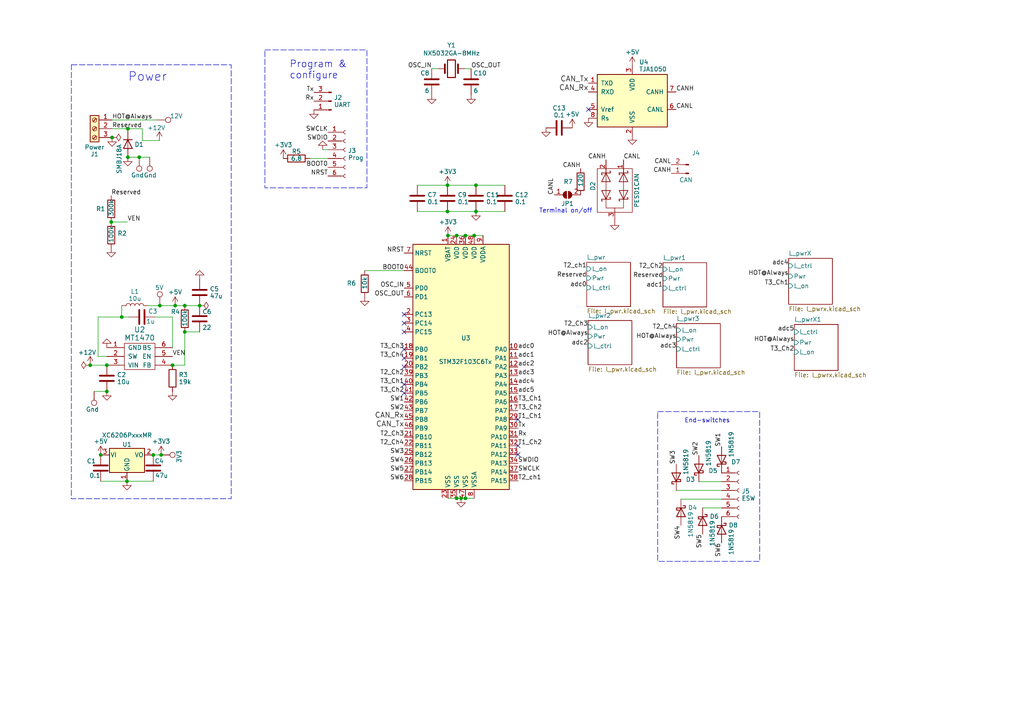
<source format=kicad_sch>
(kicad_sch (version 20230121) (generator eeschema)
  (paper "A4")
  (lib_symbols
    (symbol "Connector:Conn_01x02_Pin" (pin_names (offset 1.016) hide)
      (property "Reference" "J" (at 0 2.54 0))
      (property "Value" "Conn_01x02_Pin" (at 0 -5.08 0))
      (symbol "Conn_01x02_Pin_1_1"
        (polyline (pts (xy 1.27 -2.54) (xy 0.8636 -2.54)) (stroke (width 0.1524)))
        (polyline (pts (xy 1.27 0) (xy 0.8636 0)) (stroke (width 0.1524)))
        (rectangle (start 0.8636 -2.413) (end 0 -2.667) (stroke (width 0.1524)) (fill (type outline)))
        (rectangle (start 0.8636 0.127) (end 0 -0.127) (stroke (width 0.1524)) (fill (type outline)))
        (pin passive line (at 5.08 0 180) (length 3.81) (name "Pin_1") (number "1"))
        (pin passive line (at 5.08 -2.54 180) (length 3.81) (name "Pin_2") (number "2"))
      )
    )
    (symbol "Connector:Conn_01x03_Pin" (pin_names (offset 1.016) hide)
      (property "Reference" "J" (at 0 5.08 0))
      (property "Value" "Conn_01x03_Pin" (at 0 -5.08 0))
      (symbol "Conn_01x03_Pin_1_1"
        (polyline (pts (xy 1.27 -2.54) (xy 0.8636 -2.54)) (stroke (width 0.1524)))
        (polyline (pts (xy 1.27 0) (xy 0.8636 0)) (stroke (width 0.1524)))
        (polyline (pts (xy 1.27 2.54) (xy 0.8636 2.54)) (stroke (width 0.1524)))
        (rectangle (start 0.8636 -2.413) (end 0 -2.667) (stroke (width 0.1524)) (fill (type outline)))
        (rectangle (start 0.8636 0.127) (end 0 -0.127) (stroke (width 0.1524)) (fill (type outline)))
        (rectangle (start 0.8636 2.667) (end 0 2.413) (stroke (width 0.1524)) (fill (type outline)))
        (pin passive line (at 5.08 2.54 180) (length 3.81) (name "Pin_1") (number "1"))
        (pin passive line (at 5.08 0 180) (length 3.81) (name "Pin_2") (number "2"))
        (pin passive line (at 5.08 -2.54 180) (length 3.81) (name "Pin_3") (number "3"))
      )
    )
    (symbol "Connector:Conn_01x06_Socket" (pin_names (offset 1.016) hide)
      (property "Reference" "J" (at 0 7.62 0))
      (property "Value" "Conn_01x06_Socket" (at 0 -10.16 0))
      (symbol "Conn_01x06_Socket_1_1"
        (arc (start 0 -7.112) (mid -0.5058 -7.62) (end 0 -8.128) (stroke (width 0.1524)))
        (arc (start 0 -4.572) (mid -0.5058 -5.08) (end 0 -5.588) (stroke (width 0.1524)))
        (arc (start 0 -2.032) (mid -0.5058 -2.54) (end 0 -3.048) (stroke (width 0.1524)))
        (polyline (pts (xy -1.27 -7.62) (xy -0.508 -7.62)) (stroke (width 0.1524)))
        (polyline (pts (xy -1.27 -5.08) (xy -0.508 -5.08)) (stroke (width 0.1524)))
        (polyline (pts (xy -1.27 -2.54) (xy -0.508 -2.54)) (stroke (width 0.1524)))
        (polyline (pts (xy -1.27 0) (xy -0.508 0)) (stroke (width 0.1524)))
        (polyline (pts (xy -1.27 2.54) (xy -0.508 2.54)) (stroke (width 0.1524)))
        (polyline (pts (xy -1.27 5.08) (xy -0.508 5.08)) (stroke (width 0.1524)))
        (arc (start 0 0.508) (mid -0.5058 0) (end 0 -0.508) (stroke (width 0.1524)))
        (arc (start 0 3.048) (mid -0.5058 2.54) (end 0 2.032) (stroke (width 0.1524)))
        (arc (start 0 5.588) (mid -0.5058 5.08) (end 0 4.572) (stroke (width 0.1524)))
        (pin passive line (at -5.08 5.08 0) (length 3.81) (name "Pin_1") (number "1"))
        (pin passive line (at -5.08 2.54 0) (length 3.81) (name "Pin_2") (number "2"))
        (pin passive line (at -5.08 0 0) (length 3.81) (name "Pin_3") (number "3"))
        (pin passive line (at -5.08 -2.54 0) (length 3.81) (name "Pin_4") (number "4"))
        (pin passive line (at -5.08 -5.08 0) (length 3.81) (name "Pin_5") (number "5"))
        (pin passive line (at -5.08 -7.62 0) (length 3.81) (name "Pin_6") (number "6"))
      )
    )
    (symbol "Connector:Screw_Terminal_01x03" (pin_names (offset 1.016) hide)
      (property "Reference" "J" (at 0 5.08 0))
      (property "Value" "Screw_Terminal_01x03" (at 0 -5.08 0))
      (symbol "Screw_Terminal_01x03_1_1"
        (rectangle (start -1.27 3.81) (end 1.27 -3.81) (stroke (width 0.254)) (fill (type background)))
        (circle (center 0 -2.54) (radius 0.635) (stroke (width 0.1524)))
        (polyline (pts (xy -0.5334 -2.2098) (xy 0.3302 -3.048)) (stroke (width 0.1524)))
        (polyline (pts (xy -0.5334 0.3302) (xy 0.3302 -0.508)) (stroke (width 0.1524)))
        (polyline (pts (xy -0.5334 2.8702) (xy 0.3302 2.032)) (stroke (width 0.1524)))
        (polyline (pts (xy -0.3556 -2.032) (xy 0.508 -2.8702)) (stroke (width 0.1524)))
        (polyline (pts (xy -0.3556 0.508) (xy 0.508 -0.3302)) (stroke (width 0.1524)))
        (polyline (pts (xy -0.3556 3.048) (xy 0.508 2.2098)) (stroke (width 0.1524)))
        (circle (center 0 0) (radius 0.635) (stroke (width 0.1524)))
        (circle (center 0 2.54) (radius 0.635) (stroke (width 0.1524)))
        (pin passive line (at -5.08 2.54 0) (length 3.81) (name "Pin_1") (number "1"))
        (pin passive line (at -5.08 0 0) (length 3.81) (name "Pin_2") (number "2"))
        (pin passive line (at -5.08 -2.54 0) (length 3.81) (name "Pin_3") (number "3"))
      )
    )
    (symbol "Connector:TestPoint" (pin_numbers hide) (pin_names (offset 0.762) hide)
      (property "Reference" "TP" (at 0 6.858 0))
      (property "Value" "TestPoint" (at 0 5.08 0))
      (symbol "TestPoint_0_1"
        (circle (center 0 3.302) (radius 0.762))
      )
      (symbol "TestPoint_1_1"
        (pin passive line (at 0 0 90) (length 2.54) (name "1") (number "1"))
      )
    )
    (symbol "D_1" (pin_numbers hide) (pin_names (offset 1.016) hide)
      (property "Reference" "D" (at 0 2.54 0))
      (property "Value" "D" (at 0 -2.54 0))
      (symbol "D_1_0_1"
        (polyline (pts (xy -1.27 1.27) (xy -1.27 -1.27)) (stroke (width 0.254)))
        (polyline (pts (xy 1.27 0) (xy -1.27 0)))
        (polyline (pts (xy 1.27 1.27) (xy 1.27 -1.27) (xy -1.27 0) (xy 1.27 1.27)) (stroke (width 0.254)))
      )
      (symbol "D_1_1_1"
        (pin passive line (at -3.81 0 0) (length 2.54) (name "K") (number "1"))
        (pin passive line (at 3.81 0 180) (length 2.54) (name "A") (number "2"))
      )
    )
    (symbol "Device:C" (pin_numbers hide) (pin_names (offset 0.254))
      (property "Reference" "C" (at 0.635 2.54 0))
      (property "Value" "C" (at 0.635 -2.54 0))
      (symbol "C_0_1"
        (polyline (pts (xy -2.032 -0.762) (xy 2.032 -0.762)) (stroke (width 0.508)))
        (polyline (pts (xy -2.032 0.762) (xy 2.032 0.762)) (stroke (width 0.508)))
      )
      (symbol "C_1_1"
        (pin passive line (at 0 3.81 270) (length 2.794) (name "~") (number "1"))
        (pin passive line (at 0 -3.81 90) (length 2.794) (name "~") (number "2"))
      )
    )
    (symbol "Device:Crystal" (pin_numbers hide) (pin_names (offset 1.016) hide)
      (property "Reference" "Y" (at 0 3.81 0))
      (property "Value" "Crystal" (at 0 -3.81 0))
      (symbol "Crystal_0_1"
        (rectangle (start -1.143 2.54) (end 1.143 -2.54) (stroke (width 0.3048)))
        (polyline (pts (xy -2.54 0) (xy -1.905 0)))
        (polyline (pts (xy -1.905 -1.27) (xy -1.905 1.27)) (stroke (width 0.508)))
        (polyline (pts (xy 1.905 -1.27) (xy 1.905 1.27)) (stroke (width 0.508)))
        (polyline (pts (xy 2.54 0) (xy 1.905 0)))
      )
      (symbol "Crystal_1_1"
        (pin passive line (at -3.81 0 0) (length 1.27) (name "1") (number "1"))
        (pin passive line (at 3.81 0 180) (length 1.27) (name "2") (number "2"))
      )
    )
    (symbol "Device:D_Schottky" (pin_numbers hide) (pin_names (offset 1.016) hide)
      (property "Reference" "D" (at 0 2.54 0))
      (property "Value" "D_Schottky" (at 0 -2.54 0))
      (symbol "D_Schottky_0_1"
        (polyline (pts (xy 1.27 0) (xy -1.27 0)))
        (polyline (pts (xy 1.27 1.27) (xy 1.27 -1.27) (xy -1.27 0) (xy 1.27 1.27)) (stroke (width 0.254)))
        (polyline (pts (xy -1.905 0.635) (xy -1.905 1.27) (xy -1.27 1.27) (xy -1.27 -1.27) (xy -0.635 -1.27) (xy -0.635 -0.635)) (stroke (width 0.254)))
      )
      (symbol "D_Schottky_1_1"
        (pin passive line (at -3.81 0 0) (length 2.54) (name "K") (number "1"))
        (pin passive line (at 3.81 0 180) (length 2.54) (name "A") (number "2"))
      )
    )
    (symbol "Device:L" (pin_numbers hide) (pin_names (offset 1.016) hide)
      (property "Reference" "L" (at -1.27 0 90))
      (property "Value" "L" (at 1.905 0 90))
      (symbol "L_0_1"
        (arc (start 0 -2.54) (mid 0.6323 -1.905) (end 0 -1.27))
        (arc (start 0 -1.27) (mid 0.6323 -0.635) (end 0 0))
        (arc (start 0 0) (mid 0.6323 0.635) (end 0 1.27))
        (arc (start 0 1.27) (mid 0.6323 1.905) (end 0 2.54))
      )
      (symbol "L_1_1"
        (pin passive line (at 0 3.81 270) (length 1.27) (name "1") (number "1"))
        (pin passive line (at 0 -3.81 90) (length 1.27) (name "2") (number "2"))
      )
    )
    (symbol "Device:R" (pin_numbers hide) (pin_names (offset 0))
      (property "Reference" "R" (at 2.032 0 90))
      (property "Value" "R" (at 0 0 90))
      (symbol "R_0_1"
        (rectangle (start -1.016 -2.54) (end 1.016 2.54) (stroke (width 0.254)))
      )
      (symbol "R_1_1"
        (pin passive line (at 0 3.81 270) (length 1.27) (name "~") (number "1"))
        (pin passive line (at 0 -3.81 90) (length 1.27) (name "~") (number "2"))
      )
    )
    (symbol "GND_3" (power) (pin_names (offset 0))
      (property "Value" "GND_3" (at 0 -3.81 0))
      (symbol "GND_3_0_1"
        (polyline (pts (xy 0 0) (xy 0 -1.27) (xy 1.27 -1.27) (xy 0 -2.54) (xy -1.27 -1.27) (xy 0 -1.27)))
      )
      (symbol "GND_3_1_1"
        (pin power_in line (at 0 0 270) (length 0) hide (name "GND") (number "1"))
      )
    )
    (symbol "Interface_CAN_LIN:MCP2551-I-SN" (pin_names (offset 1.016))
      (property "Reference" "U" (at -10.16 8.89 0))
      (property "Value" "MCP2551-I-SN" (at 2.54 8.89 0))
      (symbol "MCP2551-I-SN_0_1"
        (rectangle (start -10.16 7.62) (end 10.16 -7.62) (stroke (width 0.254)) (fill (type background)))
      )
      (symbol "MCP2551-I-SN_1_1"
        (pin input line (at -12.7 5.08 0) (length 2.54) (name "TXD") (number "1"))
        (pin power_in line (at 0 -10.16 90) (length 2.54) (name "VSS") (number "2"))
        (pin power_in line (at 0 10.16 270) (length 2.54) (name "VDD") (number "3"))
        (pin output line (at -12.7 2.54 0) (length 2.54) (name "RXD") (number "4"))
        (pin power_out line (at -12.7 -2.54 0) (length 2.54) (name "Vref") (number "5"))
        (pin bidirectional line (at 12.7 -2.54 180) (length 2.54) (name "CANL") (number "6"))
        (pin bidirectional line (at 12.7 2.54 180) (length 2.54) (name "CANH") (number "7"))
        (pin input line (at -12.7 -5.08 0) (length 2.54) (name "Rs") (number "8"))
      )
    )
    (symbol "Jumper:SolderJumper_2_Open" (pin_names (offset 0) hide)
      (property "Reference" "JP" (at 0 2.032 0))
      (property "Value" "SolderJumper_2_Open" (at 0 -2.54 0))
      (symbol "SolderJumper_2_Open_0_1"
        (arc (start -0.254 1.016) (mid -1.2656 0) (end -0.254 -1.016))
        (arc (start -0.254 1.016) (mid -1.2656 0) (end -0.254 -1.016) (fill (type outline)))
        (polyline (pts (xy -0.254 1.016) (xy -0.254 -1.016)))
        (polyline (pts (xy 0.254 1.016) (xy 0.254 -1.016)))
        (arc (start 0.254 -1.016) (mid 1.2656 0) (end 0.254 1.016))
        (arc (start 0.254 -1.016) (mid 1.2656 0) (end 0.254 1.016) (fill (type outline)))
      )
      (symbol "SolderJumper_2_Open_1_1"
        (pin passive line (at -3.81 0 0) (length 2.54) (name "A") (number "1"))
        (pin passive line (at 3.81 0 180) (length 2.54) (name "B") (number "2"))
      )
    )
    (symbol "MCU_ST_STM32F1:STM32F103C6Tx"
      (property "Reference" "U" (at -15.24 36.83 0))
      (property "Value" "STM32F103C6Tx" (at 7.62 36.83 0))
      (symbol "STM32F103C6Tx_0_1"
        (rectangle (start -15.24 -35.56) (end 12.7 35.56) (stroke (width 0.254)) (fill (type background)))
      )
      (symbol "STM32F103C6Tx_1_1"
        (pin power_in line (at -5.08 38.1 270) (length 2.54) (name "VBAT") (number "1"))
        (pin bidirectional line (at 15.24 5.08 180) (length 2.54) (name "PA0") (number "10"))
        (pin bidirectional line (at 15.24 2.54 180) (length 2.54) (name "PA1") (number "11"))
        (pin bidirectional line (at 15.24 0 180) (length 2.54) (name "PA2") (number "12"))
        (pin bidirectional line (at 15.24 -2.54 180) (length 2.54) (name "PA3") (number "13"))
        (pin bidirectional line (at 15.24 -5.08 180) (length 2.54) (name "PA4") (number "14"))
        (pin bidirectional line (at 15.24 -7.62 180) (length 2.54) (name "PA5") (number "15"))
        (pin bidirectional line (at 15.24 -10.16 180) (length 2.54) (name "PA6") (number "16"))
        (pin bidirectional line (at 15.24 -12.7 180) (length 2.54) (name "PA7") (number "17"))
        (pin bidirectional line (at -17.78 5.08 0) (length 2.54) (name "PB0") (number "18"))
        (pin bidirectional line (at -17.78 2.54 0) (length 2.54) (name "PB1") (number "19"))
        (pin bidirectional line (at -17.78 15.24 0) (length 2.54) (name "PC13") (number "2"))
        (pin bidirectional line (at -17.78 0 0) (length 2.54) (name "PB2") (number "20"))
        (pin bidirectional line (at -17.78 -20.32 0) (length 2.54) (name "PB10") (number "21"))
        (pin bidirectional line (at -17.78 -22.86 0) (length 2.54) (name "PB11") (number "22"))
        (pin power_in line (at -5.08 -38.1 90) (length 2.54) (name "VSS") (number "23"))
        (pin power_in line (at -2.54 38.1 270) (length 2.54) (name "VDD") (number "24"))
        (pin bidirectional line (at -17.78 -25.4 0) (length 2.54) (name "PB12") (number "25"))
        (pin bidirectional line (at -17.78 -27.94 0) (length 2.54) (name "PB13") (number "26"))
        (pin bidirectional line (at -17.78 -30.48 0) (length 2.54) (name "PB14") (number "27"))
        (pin bidirectional line (at -17.78 -33.02 0) (length 2.54) (name "PB15") (number "28"))
        (pin bidirectional line (at 15.24 -15.24 180) (length 2.54) (name "PA8") (number "29"))
        (pin bidirectional line (at -17.78 12.7 0) (length 2.54) (name "PC14") (number "3"))
        (pin bidirectional line (at 15.24 -17.78 180) (length 2.54) (name "PA9") (number "30"))
        (pin bidirectional line (at 15.24 -20.32 180) (length 2.54) (name "PA10") (number "31"))
        (pin bidirectional line (at 15.24 -22.86 180) (length 2.54) (name "PA11") (number "32"))
        (pin bidirectional line (at 15.24 -25.4 180) (length 2.54) (name "PA12") (number "33"))
        (pin bidirectional line (at 15.24 -27.94 180) (length 2.54) (name "PA13") (number "34"))
        (pin power_in line (at -2.54 -38.1 90) (length 2.54) (name "VSS") (number "35"))
        (pin power_in line (at 0 38.1 270) (length 2.54) (name "VDD") (number "36"))
        (pin bidirectional line (at 15.24 -30.48 180) (length 2.54) (name "PA14") (number "37"))
        (pin bidirectional line (at 15.24 -33.02 180) (length 2.54) (name "PA15") (number "38"))
        (pin bidirectional line (at -17.78 -2.54 0) (length 2.54) (name "PB3") (number "39"))
        (pin bidirectional line (at -17.78 10.16 0) (length 2.54) (name "PC15") (number "4"))
        (pin bidirectional line (at -17.78 -5.08 0) (length 2.54) (name "PB4") (number "40"))
        (pin bidirectional line (at -17.78 -7.62 0) (length 2.54) (name "PB5") (number "41"))
        (pin bidirectional line (at -17.78 -10.16 0) (length 2.54) (name "PB6") (number "42"))
        (pin bidirectional line (at -17.78 -12.7 0) (length 2.54) (name "PB7") (number "43"))
        (pin input line (at -17.78 27.94 0) (length 2.54) (name "BOOT0") (number "44"))
        (pin bidirectional line (at -17.78 -15.24 0) (length 2.54) (name "PB8") (number "45"))
        (pin bidirectional line (at -17.78 -17.78 0) (length 2.54) (name "PB9") (number "46"))
        (pin power_in line (at 0 -38.1 90) (length 2.54) (name "VSS") (number "47"))
        (pin power_in line (at 2.54 38.1 270) (length 2.54) (name "VDD") (number "48"))
        (pin input line (at -17.78 22.86 0) (length 2.54) (name "PD0") (number "5"))
        (pin input line (at -17.78 20.32 0) (length 2.54) (name "PD1") (number "6"))
        (pin input line (at -17.78 33.02 0) (length 2.54) (name "NRST") (number "7"))
        (pin power_in line (at 2.54 -38.1 90) (length 2.54) (name "VSSA") (number "8"))
        (pin power_in line (at 5.08 38.1 270) (length 2.54) (name "VDDA") (number "9"))
      )
    )
    (symbol "Regulator_Linear:XC6206PxxxMR" (pin_names (offset 0.254))
      (property "Reference" "U" (at -3.81 3.175 0))
      (property "Value" "XC6206PxxxMR" (at 0 3.175 0))
      (symbol "XC6206PxxxMR_0_1"
        (rectangle (start -5.08 1.905) (end 5.08 -5.08) (stroke (width 0.254)) (fill (type background)))
      )
      (symbol "XC6206PxxxMR_1_1"
        (pin power_in line (at 0 -7.62 90) (length 2.54) (name "GND") (number "1"))
        (pin power_out line (at 7.62 0 180) (length 2.54) (name "VO") (number "2"))
        (pin power_in line (at -7.62 0 0) (length 2.54) (name "VI") (number "3"))
      )
    )
    (symbol "elements:PESD1CAN" (pin_names (offset 0.762) hide)
      (property "Reference" "D" (at 0 -8.89 0))
      (property "Value" "PESD1CAN" (at 1.27 3.81 0))
      (symbol "PESD1CAN_0_1"
        (rectangle (start -5.08 2.54) (end 7.62 -7.62))
        (polyline (pts (xy -3.556 -5.08) (xy 3.81 -5.08)))
        (polyline (pts (xy -3.556 0) (xy 3.81 0)))
        (polyline (pts (xy -3.81 -3.81) (xy -3.81 -6.35) (xy -3.81 -6.35)) (stroke (width 0.2032)))
        (polyline (pts (xy -3.81 1.27) (xy -3.81 -1.27) (xy -3.81 -1.27)) (stroke (width 0.2032)))
        (polyline (pts (xy 3.81 -3.81) (xy 3.81 -6.35) (xy 3.81 -6.35)) (stroke (width 0.2032)))
        (polyline (pts (xy 3.81 1.27) (xy 3.81 -1.27) (xy 3.81 -1.27)) (stroke (width 0.2032)))
        (polyline (pts (xy -3.81 -3.81) (xy -4.318 -3.81) (xy -4.318 -4.064) (xy -4.318 -4.064)) (stroke (width 0.2032)))
        (polyline (pts (xy -3.81 1.27) (xy -4.318 1.27) (xy -4.318 1.016) (xy -4.318 1.016)) (stroke (width 0.2032)))
        (polyline (pts (xy 3.81 -6.35) (xy 4.318 -6.35) (xy 4.318 -6.096) (xy 4.318 -6.096)) (stroke (width 0.2032)))
        (polyline (pts (xy 3.81 -3.81) (xy 3.302 -3.81) (xy 3.302 -4.064) (xy 3.302 -4.064)) (stroke (width 0.2032)))
        (polyline (pts (xy 3.81 -1.27) (xy 4.318 -1.27) (xy 4.318 -1.016) (xy 4.318 -1.016)) (stroke (width 0.2032)))
        (polyline (pts (xy 3.81 0) (xy 6.35 0) (xy 6.35 -5.08) (xy 3.81 -5.08)))
        (polyline (pts (xy 3.81 1.27) (xy 3.302 1.27) (xy 3.302 1.016) (xy 3.302 1.016)) (stroke (width 0.2032)))
        (polyline (pts (xy -3.302 -6.096) (xy -3.302 -6.35) (xy -3.81 -6.35) (xy -3.81 -6.35) (xy -3.81 -6.35)) (stroke (width 0.2032)))
        (polyline (pts (xy -3.302 -1.016) (xy -3.302 -1.27) (xy -3.81 -1.27) (xy -3.81 -1.27) (xy -3.81 -1.27)) (stroke (width 0.2032)))
        (polyline (pts (xy -1.27 -6.35) (xy -3.81 -5.08) (xy -1.27 -3.81) (xy -1.27 -6.35) (xy -1.27 -6.35) (xy -1.27 -6.35)) (stroke (width 0.2032)))
        (polyline (pts (xy -1.27 -1.27) (xy -3.81 0) (xy -1.27 1.27) (xy -1.27 -1.27) (xy -1.27 -1.27) (xy -1.27 -1.27)) (stroke (width 0.2032)))
        (polyline (pts (xy 1.27 -3.81) (xy 3.81 -5.08) (xy 1.27 -6.35) (xy 1.27 -3.81) (xy 1.27 -3.81) (xy 1.27 -3.81)) (stroke (width 0.2032)))
        (polyline (pts (xy 1.27 1.27) (xy 3.81 0) (xy 1.27 -1.27) (xy 1.27 1.27) (xy 1.27 1.27) (xy 1.27 1.27)) (stroke (width 0.2032)))
        (pin passive line (at -7.62 0 0) (length 3.81) (name "K") (number "1"))
        (pin passive line (at -7.62 -5.08 0) (length 3.81) (name "K") (number "2"))
        (pin passive line (at 10.16 -2.54 180) (length 3.81) (name "O") (number "3"))
      )
    )
    (symbol "mp1584:MT1470" (pin_names (offset 1.016))
      (property "Reference" "U" (at -2.54 5.08 0))
      (property "Value" "MT1470" (at 0 -5.08 0))
      (symbol "MT1470_0_1"
        (rectangle (start -5.08 3.81) (end 3.81 -3.81))
      )
      (symbol "MT1470_1_1"
        (pin input line (at -10.16 2.54 0) (length 5.08) (name "GND") (number "1"))
        (pin input line (at -10.16 0 0) (length 5.08) (name "SW") (number "2"))
        (pin input line (at -10.16 -2.54 0) (length 5.08) (name "VIN") (number "3"))
        (pin input line (at 8.89 -2.54 180) (length 5.08) (name "FB") (number "4"))
        (pin input line (at 8.89 0 180) (length 5.08) (name "EN") (number "5"))
        (pin input line (at 8.89 2.54 180) (length 5.08) (name "BS") (number "6"))
      )
    )
    (symbol "power:+12V" (power) (pin_names (offset 0))
      (property "Value" "+12V" (at 0 3.556 0))
      (symbol "+12V_0_1"
        (polyline (pts (xy -0.762 1.27) (xy 0 2.54)))
        (polyline (pts (xy 0 0) (xy 0 2.54)))
        (polyline (pts (xy 0 2.54) (xy 0.762 1.27)))
      )
      (symbol "+12V_1_1"
        (pin power_in line (at 0 0 90) (length 0) hide (name "+12V") (number "1"))
      )
    )
    (symbol "power:+3V3" (power) (pin_names (offset 0))
      (property "Value" "+3V3" (at 0 3.556 0))
      (symbol "+3V3_0_1"
        (polyline (pts (xy -0.762 1.27) (xy 0 2.54)))
        (polyline (pts (xy 0 0) (xy 0 2.54)))
        (polyline (pts (xy 0 2.54) (xy 0.762 1.27)))
      )
      (symbol "+3V3_1_1"
        (pin power_in line (at 0 0 90) (length 0) hide (name "+3V3") (number "1"))
      )
    )
    (symbol "power:+5V" (power) (pin_names (offset 0))
      (property "Value" "+5V" (at 0 3.556 0))
      (symbol "+5V_0_1"
        (polyline (pts (xy -0.762 1.27) (xy 0 2.54)))
        (polyline (pts (xy 0 0) (xy 0 2.54)))
        (polyline (pts (xy 0 2.54) (xy 0.762 1.27)))
      )
      (symbol "+5V_1_1"
        (pin power_in line (at 0 0 90) (length 0) hide (name "+5V") (number "1"))
      )
    )
    (symbol "power:PWR_FLAG" (power) (pin_numbers hide) (pin_names (offset 0) hide)
      (property "Value" "PWR_FLAG" (at 0 3.81 0))
      (symbol "PWR_FLAG_0_0"
        (pin power_out line (at 0 0 90) (length 0) (name "pwr") (number "1"))
      )
      (symbol "PWR_FLAG_0_1"
        (polyline (pts (xy 0 0) (xy 0 1.27) (xy -1.016 1.905) (xy 0 2.54) (xy 1.016 1.905) (xy 0 1.27)))
      )
    )
  )
  (junction (at 46.736 131.953))
  (junction (at 135.001 68.326))
  (junction (at 53.594 88.646))
  (junction (at 37.084 37.338))
  (junction (at 30.988 105.918))
  (junction (at 32.258 64.389))
  (junction (at 40.386 45.593))
  (junction (at 50.8071 88.646))
  (junction (at 132.461 144.526))
  (junction (at 30.988 113.538))
  (junction (at 46.355 88.646))
  (junction (at 129.794 53.721))
  (junction (at 37.084 45.593))
  (junction (at 135.001 144.526))
  (junction (at 50.038 105.918))
  (junction (at 26.162 105.918))
  (junction (at 36.83 139.573))
  (junction (at 129.794 61.341))
  (junction (at 132.461 68.326))
  (junction (at 44.45 131.953))
  (junction (at 137.541 68.326))
  (junction (at 35.306 91.948))
  (junction (at 138.049 53.721))
  (junction (at 29.21 131.953))
  (junction (at 129.921 68.326))
  (junction (at 53.594 96.266))
  (junction (at 57.912 88.646))
  (junction (at 138.049 61.341))
  (junction (at 32.512 39.878))
  (junction (at 133.731 144.526))
  (no_connect (at 170.688 31.75))
  (no_connect (at 117.221 96.266))
  (no_connect (at 117.221 111.506))
  (no_connect (at 117.221 106.426))
  (no_connect (at 150.241 131.826))
  (no_connect (at 117.221 101.346))
  (no_connect (at 117.221 114.046))
  (no_connect (at 117.221 93.726))
  (no_connect (at 150.241 121.666))
  (no_connect (at 117.221 103.886))
  (no_connect (at 150.241 129.286))
  (no_connect (at 117.221 91.186))
  (wire (pts (xy 209.296 142.24) (xy 196.1419 142.24)))
  (wire (pts (xy 50.038 91.948) (xy 50.038 100.838)))
  (wire (pts (xy 50.038 105.918) (xy 53.594 105.918)))
  (wire (pts (xy 135.001 68.326) (xy 137.541 68.326)))
  (wire (pts (xy 46.736 131.953) (xy 44.45 131.953)))
  (wire (pts (xy 133.731 144.526) (xy 135.001 144.526)))
  (wire (pts (xy 129.921 144.526) (xy 132.461 144.526)))
  (wire (pts (xy 53.594 105.918) (xy 53.594 96.266)))
  (wire (pts (xy 137.541 68.326) (xy 140.081 68.326)))
  (wire (pts (xy 129.921 68.326) (xy 132.461 68.326)))
  (wire (pts (xy 132.461 68.326) (xy 135.001 68.326)))
  (wire (pts (xy 26.162 105.918) (xy 30.988 105.918)))
  (wire (pts (xy 138.049 53.721) (xy 146.431 53.721)))
  (wire (pts (xy 121.031 61.341) (xy 129.794 61.341)))
  (wire (pts (xy 129.794 61.341) (xy 138.049 61.341)))
  (wire (pts (xy 46.228 40.767) (xy 41.275 40.767)))
  (wire (pts (xy 209.296 139.7) (xy 202.6947 139.7)))
  (wire (pts (xy 35.306 88.646) (xy 35.306 91.948)))
  (wire (pts (xy 136.652 19.939) (xy 134.747 19.939)))
  (wire (pts (xy 197.5008 144.78) (xy 209.296 144.78)))
  (wire (pts (xy 105.791 78.486) (xy 117.221 78.486)))
  (wire (pts (xy 44.958 91.948) (xy 50.038 91.948)))
  (wire (pts (xy 209.296 147.32) (xy 203.8064 147.32)))
  (wire (pts (xy 89.789 45.974) (xy 95.123 45.974)))
  (wire (pts (xy 37.338 91.948) (xy 35.306 91.948)))
  (wire (pts (xy 41.275 40.767) (xy 41.275 37.338)))
  (wire (pts (xy 32.512 37.338) (xy 37.084 37.338)))
  (wire (pts (xy 32.512 34.798) (xy 45.466 34.798)))
  (wire (pts (xy 121.031 53.721) (xy 129.794 53.721)))
  (wire (pts (xy 138.049 61.341) (xy 146.431 61.341)))
  (wire (pts (xy 28.448 103.378) (xy 30.988 103.378)))
  (wire (pts (xy 42.926 88.646) (xy 46.355 88.646)))
  (wire (pts (xy 129.794 53.721) (xy 138.049 53.721)))
  (wire (pts (xy 50.8071 88.646) (xy 53.594 88.646)))
  (wire (pts (xy 41.275 37.338) (xy 37.084 37.338)))
  (wire (pts (xy 29.21 139.573) (xy 36.83 139.573)))
  (wire (pts (xy 53.594 96.266) (xy 57.912 96.266)))
  (wire (pts (xy 28.448 91.948) (xy 28.448 103.378)))
  (wire (pts (xy 53.594 88.646) (xy 57.912 88.646)))
  (wire (pts (xy 135.001 144.526) (xy 137.541 144.526)))
  (wire (pts (xy 37.084 45.593) (xy 40.386 45.593)))
  (wire (pts (xy 46.355 88.646) (xy 50.8071 88.646)))
  (wire (pts (xy 37.084 37.338) (xy 37.084 37.973)))
  (wire (pts (xy 93.599 43.434) (xy 95.123 43.434)))
  (wire (pts (xy 36.957 64.389) (xy 32.258 64.389)))
  (wire (pts (xy 36.83 139.573) (xy 44.45 139.573)))
  (wire (pts (xy 40.386 45.593) (xy 43.434 45.593)))
  (wire (pts (xy 132.461 144.526) (xy 133.731 144.526)))
  (wire (pts (xy 35.306 91.948) (xy 28.448 91.948)))
  (wire (pts (xy 125.222 19.939) (xy 127.127 19.939)))
  (wire (pts (xy 27.305 113.538) (xy 30.988 113.538)))
  (rectangle (start 20.701 18.796) (end 67.056 144.653) (stroke (width 0) (type dash)))
  (rectangle (start 76.835 14.478) (end 106.426 54.483) (stroke (width 0) (type dash)))
  (rectangle (start 190.754 119.38) (end 220.345 162.814) (stroke (width 0) (type dash)))
  (text "При отсутствии 12V reserved, подключить HOT@on \n(в этом случае габариты и поворотники не будут работать без ключа!)\n\"reserved\" можно брать с платы управления\n(она будет отключать его при падении напряжения аккумулятора ниже 10В)." (at -6.35 -10.922 0) (effects (font (size 5 5)) (justify left bottom)))
  (text "Terminal on/off" (at 156.337 61.976 0) (effects (font (size 1.27 1.27)) (justify left bottom)))
  (text "Program &\nconfigure" (at 83.947 23.114 0) (effects (font (size 2 2)) (justify left bottom)))
  (text "End-switches" (at 198.501 122.809 0) (effects (font (size 1.27 1.27)) (justify left bottom)))
  (text "Power" (at 37.084 23.876 0) (effects (font (size 2.54 2.54)) (justify left bottom)))
  (label "OSC_OUT" (at 117.221 86.106 180))
  (label "T1_Ch2" (at 150.241 129.286 0))
  (label "Reserved" (at 170.18 80.645 180))
  (label "T1_Ch1" (at 150.241 121.666 0))
  (label "OSC_IN" (at 125.222 19.939 180))
  (label "T2_ch1" (at 170.18 77.978 180))
  (label "Reserved" (at 32.512 37.338 0))
  (label "SWCLK" (at 95.123 38.354 180))
  (label "BOOT0" (at 117.221 78.486 180))
  (label "CAN_Rx" (at 170.688 26.67 180) (effects (font (size 1.524 1.524))))
  (label "SWDIO" (at 95.123 40.894 180))
  (label "SW4" (at 197.5008 152.4 270))
  (label "T2_ch1" (at 150.241 139.446 0))
  (label "T3_Ch2" (at 150.241 119.126 0))
  (label "OSC_OUT" (at 136.652 19.939 0))
  (label "adc0" (at 150.241 101.346 0))
  (label "NRST" (at 117.221 73.406 180))
  (label "SW2" (at 202.6947 132.08 90))
  (label "adc3" (at 150.241 108.966 0))
  (label "CAN_Tx" (at 170.688 24.13 180) (effects (font (size 1.524 1.524))))
  (label "SW3" (at 196.1419 134.62 90))
  (label "adc0" (at 170.18 83.439 180))
  (label "HOT@Always" (at 32.512 34.798 0))
  (label "T2_Ch2" (at 192.278 78.105 180))
  (label "T2_Ch2" (at 117.221 108.966 180))
  (label "HOT@Always" (at 196.215 98.425 180))
  (label "adc5" (at 230.378 96.266 180))
  (label "CAN_Rx" (at 117.221 121.666 180) (effects (font (size 1.524 1.524))))
  (label "adc4" (at 228.727 77.089 180))
  (label "Tx" (at 91.059 26.797 180))
  (label "VEN" (at 50.038 103.378 0))
  (label "adc4" (at 150.241 111.506 0))
  (label "adc1" (at 192.278 83.566 180))
  (label "NRST" (at 95.123 51.054 180))
  (label "SW4" (at 117.221 134.366 180))
  (label "T2_Ch3" (at 117.221 126.746 180))
  (label "BOOT0" (at 95.123 48.514 180))
  (label "Reserved" (at 32.258 56.769 0))
  (label "SW1" (at 117.221 116.586 180))
  (label "HOT@Always" (at 170.561 97.536 180))
  (label "CANH" (at 194.691 50.292 180))
  (label "T2_Ch4" (at 117.221 129.286 180))
  (label "HOT@Always" (at 228.727 80.137 180))
  (label "SW5" (at 117.221 136.906 180))
  (label "adc1" (at 150.241 103.886 0))
  (label "T3_Ch1" (at 228.727 82.931 180))
  (label "SW1" (at 209.296 129.54 90))
  (label "CAN_Tx" (at 117.221 124.206 180) (effects (font (size 1.524 1.524))))
  (label "CANL" (at 194.691 47.752 180))
  (label "Rx" (at 91.059 29.337 180))
  (label "VEN" (at 36.957 64.389 0))
  (label "SW6" (at 209.296 157.48 270))
  (label "CANL" (at 180.848 46.355 0))
  (label "CANH" (at 168.402 48.895 180))
  (label "T3_Ch1" (at 150.241 116.586 0))
  (label "T3_Ch3" (at 117.221 101.346 180))
  (label "adc3" (at 196.215 101.219 180))
  (label "Rx" (at 150.241 126.746 0))
  (label "T2_Ch3" (at 170.561 94.869 180))
  (label "SWDIO" (at 150.241 134.366 0))
  (label "adc5" (at 150.241 114.046 0))
  (label "adc2" (at 170.561 100.33 180))
  (label "CANL" (at 160.782 56.515 90))
  (label "OSC_IN" (at 117.221 83.566 180))
  (label "T3_Ch2" (at 230.378 102.108 180))
  (label "SW6" (at 117.221 139.446 180))
  (label "T3_Ch1" (at 117.221 111.506 180))
  (label "adc2" (at 150.241 106.426 0))
  (label "CANH" (at 175.768 46.355 180))
  (label "T2_Ch4" (at 196.215 95.758 180))
  (label "T3_Ch2" (at 117.221 114.046 180))
  (label "Reserved" (at 192.278 80.772 180))
  (label "Tx" (at 150.241 124.206 0))
  (label "CANH" (at 196.088 26.67 0))
  (label "SW3" (at 117.221 131.826 180))
  (label "SW2" (at 117.221 119.126 180))
  (label "SW5" (at 203.8064 154.94 270))
  (label "CANL" (at 196.088 31.75 0))
  (label "T3_Ch4" (at 117.221 103.886 180))
  (label "SWCLK" (at 150.241 136.906 0))
  (label "HOT@Always" (at 230.378 99.314 180))
  (symbol (lib_id "power:PWR_FLAG") (at 26.162 105.918 90) (unit 1)
    (property "Reference" "#FLG01" (effects hide))
    (property "Value" "PWR_FLAG" (effects hide))
  )
  (symbol (lib_name "GND_3") (lib_id "power:GND") (at 32.512 39.878 0) (unit 1)
    (property "Reference" "#PWR06" (effects hide))
    (property "Value" "GND" (effects hide))
  )
  (symbol (lib_id "Device:C") (at 57.912 92.456 0) (unit 1)
    (property "Reference" "C6" (at 58.674 90.424 0) (effects (justify left)))
    (property "Value" "22" (at 58.674 94.996 0) (effects (justify left)))
    (property "Footprint" "Capacitor_SMD:C_0805_2012Metric_Pad1.18x1.45mm_HandSolder" (effects hide))
  )
  (symbol (lib_name "GND_3") (lib_id "power:GND") (at 125.222 27.559 0) (unit 1)
    (property "Reference" "#PWR018" (effects hide))
    (property "Value" "GND" (effects hide))
  )
  (symbol (lib_id "Connector:TestPoint") (at 40.386 45.593 180) (unit 1)
    (property "Reference" "TP2" (effects hide))
    (property "Value" "Gnd" (at 41.783 50.8 0) (effects (justify left)))
    (property "Footprint" "TestPoint:TestPoint_Loop_D1.80mm_Drill1.0mm_Beaded" (effects hide))
  )
  (symbol (lib_id "Device:R") (at 168.402 52.705 0) (unit 1)
    (property "Reference" "R7" (at 163.449 52.705 0) (effects (justify left)))
    (property "Value" "120" (at 168.402 54.229 90) (effects (justify left)))
    (property "Footprint" "Resistor_SMD:R_1210_3225Metric_Pad1.30x2.65mm_HandSolder" (effects hide))
  )
  (symbol (lib_id "Device:R") (at 32.258 68.199 180) (unit 1)
    (property "Reference" "R2" (at 35.433 67.691 0))
    (property "Value" "100k" (at 32.258 67.945 90))
    (property "Footprint" "Resistor_SMD:R_0603_1608Metric_Pad0.98x0.95mm_HandSolder" (effects hide))
  )
  (symbol (lib_id "power:+5V") (at 183.388 19.05 0) (unit 1)
    (property "Reference" "#PWR028" (effects hide))
    (property "Value" "+5V" (at 183.388 15.105 0))
  )
  (symbol (lib_id "Jumper:SolderJumper_2_Open") (at 164.592 56.515 0) (unit 1)
    (property "Reference" "JP1" (at 164.592 59.055 0))
    (property "Value" "Term" (effects hide))
    (property "Footprint" "Jumper:SolderJumper-2_P1.3mm_Open_TrianglePad1.0x1.5mm" (effects hide))
  )
  (symbol (lib_id "Connector:Conn_01x03_Pin") (at 96.139 29.337 180) (unit 1)
    (property "Reference" "J2" (at 96.8502 28.313 0) (effects (justify right)))
    (property "Value" "UART" (at 96.8502 30.361 0) (effects (justify right)))
    (property "Footprint" "Connector_PinSocket_2.54mm:PinSocket_1x03_P2.54mm_Vertical" (effects hide))
  )
  (symbol (lib_id "Device:C") (at 41.148 91.948 90) (unit 1)
    (property "Reference" "C3" (at 44.323 90.297 90))
    (property "Value" "1u" (at 43.688 93.218 90))
    (property "Footprint" "Capacitor_SMD:C_1206_3216Metric_Pad1.33x1.80mm_HandSolder" (effects hide))
  )
  (symbol (lib_id "Connector:TestPoint") (at 46.736 131.953 270) (unit 1)
    (property "Reference" "TP6" (effects hide))
    (property "Value" "3V3" (at 51.943 130.556 0) (effects (justify left)))
    (property "Footprint" "TestPoint:TestPoint_Loop_D1.80mm_Drill1.0mm_Beaded" (effects hide))
  )
  (symbol (lib_name "GND_3") (lib_id "power:GND") (at 50.038 113.538 0) (unit 1)
    (property "Reference" "#PWR011" (effects hide))
    (property "Value" "GND" (effects hide))
  )
  (symbol (lib_id "Connector:Conn_01x02_Pin") (at 199.771 50.292 180) (unit 1)
    (property "Reference" "J4" (at 201.8538 44.3738 0))
    (property "Value" "CAN" (at 200.914 52.197 0) (effects (justify left)))
    (property "Footprint" "Connector_JST:JST_PH_B2B-PH-K_1x02_P2.00mm_Vertical" (effects hide))
  )
  (symbol (lib_name "GND_3") (lib_id "power:GND") (at 57.912 81.026 180) (unit 1)
    (property "Reference" "#PWR013" (effects hide))
    (property "Value" "GND" (effects hide))
  )
  (symbol (lib_name "GND_3") (lib_id "power:GND") (at 170.688 34.29 0) (unit 1)
    (property "Reference" "#PWR026" (effects hide))
    (property "Value" "GND" (effects hide))
  )
  (symbol (lib_id "Device:R") (at 32.258 60.579 180) (unit 1)
    (property "Reference" "R1" (at 29.21 60.579 0))
    (property "Value" "300k" (at 32.258 60.325 90))
    (property "Footprint" "Resistor_SMD:R_0603_1608Metric_Pad0.98x0.95mm_HandSolder" (effects hide))
  )
  (symbol (lib_name "GND_3") (lib_id "power:GND") (at 36.83 139.573 0) (unit 1)
    (property "Reference" "#PWR07" (effects hide))
    (property "Value" "GND" (effects hide))
  )
  (symbol (lib_id "Device:Crystal") (at 130.937 19.939 0) (unit 1)
    (property "Reference" "Y1" (at 130.937 13.1318 0))
    (property "Value" "NX5032GA-8MHz" (at 130.937 15.4432 0))
    (property "Footprint" "Crystal:Crystal_SMD_5032-2Pin_5.0x3.2mm" (effects hide))
  )
  (symbol (lib_id "power:+3V3") (at 46.736 131.953 0) (unit 1)
    (property "Reference" "#PWR010" (effects hide))
    (property "Value" "+3V3" (at 46.736 128.008 0))
  )
  (symbol (lib_name "GND_3") (lib_id "power:GND") (at 178.308 64.135 0) (unit 1)
    (property "Reference" "#PWR027" (effects hide))
    (property "Value" "GND" (effects hide))
  )
  (symbol (lib_id "power:+5V") (at 165.989 37.084 0) (unit 1)
    (property "Reference" "#PWR025" (effects hide))
    (property "Value" "+5V" (at 165.989 33.139 0))
  )
  (symbol (lib_id "Device:C") (at 138.049 57.531 0) (unit 1)
    (property "Reference" "C11" (at 140.97 56.507 0) (effects (justify left)))
    (property "Value" "0.1" (at 140.97 58.555 0) (effects (justify left)))
    (property "Footprint" "Capacitor_SMD:C_0603_1608Metric_Pad1.08x0.95mm_HandSolder" (effects hide))
  )
  (symbol (lib_name "GND_3") (lib_id "power:GND") (at 37.084 45.593 0) (unit 1)
    (property "Reference" "#PWR08" (effects hide))
    (property "Value" "GND" (effects hide))
  )
  (symbol (lib_id "power:+3V3") (at 129.794 53.721 0) (unit 1)
    (property "Reference" "#PWR019" (effects hide))
    (property "Value" "+3V3" (at 129.794 49.776 0))
  )
  (symbol (lib_id "Device:R") (at 85.979 45.974 90) (unit 1)
    (property "Reference" "R5" (at 85.979 43.942 90))
    (property "Value" "6.8" (at 85.979 45.974 90))
    (property "Footprint" "Resistor_SMD:R_0603_1608Metric_Pad0.98x0.95mm_HandSolder" (effects hide))
  )
  (symbol (lib_name "GND_3") (lib_id "power:GND") (at 91.059 31.877 0) (unit 1)
    (property "Reference" "#PWR015" (effects hide))
    (property "Value" "GND" (effects hide))
  )
  (symbol (lib_id "power:+3V3") (at 82.169 45.974 0) (unit 1)
    (property "Reference" "#PWR014" (effects hide))
    (property "Value" "+3V3" (at 82.169 42.029 0))
  )
  (symbol (lib_id "Device:D_Schottky") (at 209.296 133.35 90) (unit 1)
    (property "Reference" "D7" (at 214.757 133.985 90) (effects (justify left)))
    (property "Value" "1N5819" (at 212.09 132.715 0) (effects (justify left)))
    (property "Footprint" "Diode_SMD:D_SOD-323_HandSoldering" (effects hide))
  )
  (symbol (lib_name "GND_3") (lib_id "power:GND") (at 105.791 86.106 0) (unit 1)
    (property "Reference" "#PWR017" (effects hide))
    (property "Value" "GND" (effects hide))
  )
  (symbol (lib_id "Regulator_Linear:XC6206PxxxMR") (at 36.83 131.953 0) (unit 1)
    (property "Reference" "U1" (at 36.83 128.905 0))
    (property "Value" "XC6206PxxxMR" (at 36.83 126.238 0))
    (property "Footprint" "Package_TO_SOT_SMD:SOT-23-3" (effects hide))
    (property "Datasheet" "https://www.torexsemi.com/file/xc6206/XC6206.pdf" (effects hide))
  )
  (symbol (lib_name "GND_3") (lib_id "power:GND") (at 138.049 61.341 0) (unit 1)
    (property "Reference" "#PWR023" (effects hide))
    (property "Value" "GND" (effects hide))
  )
  (symbol (lib_id "power:+3V3") (at 129.921 68.326 0) (unit 1)
    (property "Reference" "#PWR020" (effects hide))
    (property "Value" "+3V3" (at 129.921 64.381 0))
  )
  (symbol (lib_id "Interface_CAN_LIN:MCP2551-I-SN") (at 183.388 29.21 0) (unit 1)
    (property "Reference" "U4" (at 185.3439 18.01 0) (effects (justify left)))
    (property "Value" "TJA1050" (at 185.3439 20.058 0) (effects (justify left)))
    (property "Footprint" "Package_SO:SOIC-8_3.9x4.9mm_P1.27mm" (effects hide))
    (property "Datasheet" "http://ww1.microchip.com/downloads/en/devicedoc/21667d.pdf" (effects hide))
  )
  (symbol (lib_id "Connector:Conn_01x06_Socket") (at 100.203 43.434 0) (unit 1)
    (property "Reference" "J3" (at 100.9142 43.68 0) (effects (justify left)))
    (property "Value" "Prog" (at 100.9142 45.728 0) (effects (justify left)))
    (property "Footprint" "Connector_PinSocket_1.27mm:PinSocket_1x06_P1.27mm_Vertical" (effects hide))
  )
  (symbol (lib_id "Connector:TestPoint") (at 45.466 34.798 270) (unit 1)
    (property "Reference" "TP4" (effects hide))
    (property "Value" "12V" (at 49.276 33.655 90) (effects (justify left)))
    (property "Footprint" "TestPoint:TestPoint_Loop_D1.80mm_Drill1.0mm_Beaded" (effects hide))
  )
  (symbol (lib_name "GND_3") (lib_id "power:GND") (at 133.731 144.526 0) (unit 1)
    (property "Reference" "#PWR021" (effects hide))
    (property "Value" "GND" (effects hide))
  )
  (symbol (lib_id "power:+5V") (at 29.21 131.953 0) (unit 1)
    (property "Reference" "#PWR02" (effects hide))
    (property "Value" "+5V" (at 29.21 128.008 0))
  )
  (symbol (lib_id "Device:C") (at 162.179 37.084 90) (unit 1)
    (property "Reference" "C13" (at 162.179 31.345 90))
    (property "Value" "0.1" (at 162.179 33.393 90))
    (property "Footprint" "Capacitor_SMD:C_0603_1608Metric_Pad1.08x0.95mm_HandSolder" (effects hide))
  )
  (symbol (lib_id "Device:R") (at 105.791 82.296 180) (unit 1)
    (property "Reference" "R6" (at 100.584 82.169 0) (effects (justify right)))
    (property "Value" "10k" (at 105.791 83.947 90) (effects (justify right)))
    (property "Footprint" "Resistor_SMD:R_0603_1608Metric_Pad0.98x0.95mm_HandSolder" (effects hide))
  )
  (symbol (lib_id "Device:D_Schottky") (at 196.1419 138.43 90) (unit 1)
    (property "Reference" "D3" (at 201.6029 139.065 90) (effects (justify left)))
    (property "Value" "1N5819" (at 198.9359 137.795 0) (effects (justify left)))
    (property "Footprint" "Diode_SMD:D_SOD-323_HandSoldering" (effects hide))
  )
  (symbol (lib_id "elements:PESD1CAN") (at 180.848 53.975 270) (unit 1)
    (property "Reference" "D2" (at 171.958 53.975 0))
    (property "Value" "PESD1CAN" (at 184.658 55.245 0))
    (property "Footprint" "Package_TO_SOT_SMD:SOT-23" (effects hide))
  )
  (symbol (lib_id "Device:C") (at 129.794 57.531 0) (unit 1)
    (property "Reference" "C9" (at 132.715 56.507 0) (effects (justify left)))
    (property "Value" "0.1" (at 132.715 58.555 0) (effects (justify left)))
    (property "Footprint" "Capacitor_SMD:C_0603_1608Metric_Pad1.08x0.95mm_HandSolder" (effects hide))
  )
  (symbol (lib_id "Connector:TestPoint") (at 46.355 88.646 0) (unit 1)
    (property "Reference" "TP5" (effects hide))
    (property "Value" "5V" (at 44.958 83.439 0) (effects (justify left)))
    (property "Footprint" "TestPoint:TestPoint_Loop_D1.80mm_Drill1.0mm_Beaded" (effects hide))
  )
  (symbol (lib_id "Device:C") (at 44.45 135.763 0) (unit 1)
    (property "Reference" "C4" (at 44.831 133.731 0) (effects (justify left)))
    (property "Value" "47u" (at 44.958 137.922 0) (effects (justify left)))
    (property "Footprint" "Capacitor_SMD:C_1206_3216Metric" (effects hide))
  )
  (symbol (lib_name "GND_3") (lib_id "power:GND") (at 158.369 37.084 0) (unit 1)
    (property "Reference" "#PWR024" (effects hide))
    (property "Value" "GND" (effects hide))
  )
  (symbol (lib_id "Device:D_Schottky") (at 209.296 153.67 270) (unit 1)
    (property "Reference" "D8" (at 211.328 152.3285 90) (effects (justify left)))
    (property "Value" "1N5819" (at 212.09 153.416 0) (effects (justify left)))
    (property "Footprint" "Diode_SMD:D_SOD-323_HandSoldering" (effects hide))
  )
  (symbol (lib_id "power:PWR_FLAG") (at 57.912 88.646 270) (unit 1)
    (property "Reference" "#FLG03" (effects hide))
    (property "Value" "PWR_FLAG" (effects hide))
  )
  (symbol (lib_id "Device:C") (at 57.912 84.836 180) (unit 1)
    (property "Reference" "C5" (at 60.833 83.812 0) (effects (justify right)))
    (property "Value" "47u" (at 60.833 85.86 0) (effects (justify right)))
    (property "Footprint" "Capacitor_SMD:C_1206_3216Metric_Pad1.33x1.80mm_HandSolder" (effects hide))
  )
  (symbol (lib_id "Device:C") (at 146.431 57.531 0) (unit 1)
    (property "Reference" "C12" (at 149.352 56.507 0) (effects (justify left)))
    (property "Value" "0.1" (at 149.352 58.555 0) (effects (justify left)))
    (property "Footprint" "Capacitor_SMD:C_0603_1608Metric_Pad1.08x0.95mm_HandSolder" (effects hide))
  )
  (symbol (lib_id "Connector:Conn_01x06_Socket") (at 214.376 142.24 0) (unit 1)
    (property "Reference" "J5" (at 215.0872 142.486 0) (effects (justify left)))
    (property "Value" "ESW" (at 215.0872 144.534 0) (effects (justify left)))
    (property "Footprint" "Connector_PinSocket_2.54mm:PinSocket_1x06_P2.54mm_Vertical" (effects hide))
  )
  (symbol (lib_id "Connector:Screw_Terminal_01x03") (at 27.432 37.338 0) (mirror y) (unit 1)
    (property "Reference" "J1" (at 27.432 44.728 0))
    (property "Value" "Power" (at 27.432 42.68 0))
    (property "Footprint" "TerminalBlock_Phoenix:TerminalBlock_Phoenix_MKDS-1,5-3-5.08_1x03_P5.08mm_Horizontal" (effects hide))
  )
  (symbol (lib_id "Device:L") (at 39.116 88.646 90) (unit 1)
    (property "Reference" "L1" (at 39.116 84.5607 90))
    (property "Value" "10u" (at 39.116 86.6087 90))
    (property "Footprint" "kicad:cd43" (effects hide))
  )
  (symbol (lib_name "GND_3") (lib_id "power:GND") (at 30.988 113.538 0) (unit 1)
    (property "Reference" "#PWR04" (effects hide))
    (property "Value" "GND" (effects hide))
  )
  (symbol (lib_id "Device:D_Schottky") (at 202.6947 135.89 90) (unit 1)
    (property "Reference" "D5" (at 208.1557 136.525 90) (effects (justify left)))
    (property "Value" "1N5819" (at 205.4887 135.255 0) (effects (justify left)))
    (property "Footprint" "Diode_SMD:D_SOD-323_HandSoldering" (effects hide))
  )
  (symbol (lib_name "D_1") (lib_id "Device:D") (at 37.084 41.783 270) (unit 1)
    (property "Reference" "D1" (at 38.989 41.91 90) (effects (justify left)))
    (property "Value" "SMBJ18A" (at 34.544 41.783 0) (effects (justify left)))
    (property "Footprint" "Diode_SMD:D_SMB_Handsoldering" (effects hide))
    (property "Sim.Device" "D" (effects hide))
    (property "Sim.Pins" "1=K 2=A" (effects hide))
  )
  (symbol (lib_id "Device:C") (at 136.652 23.749 0) (unit 1)
    (property "Reference" "C10" (at 137.287 21.209 0) (effects (justify left)))
    (property "Value" "6" (at 137.287 26.289 0) (effects (justify left)))
    (property "Footprint" "Capacitor_SMD:C_0603_1608Metric_Pad1.08x0.95mm_HandSolder" (effects hide))
  )
  (symbol (lib_id "Device:C") (at 29.21 135.763 0) (unit 1)
    (property "Reference" "C1" (at 25.146 133.731 0) (effects (justify left)))
    (property "Value" "0.1" (at 25.908 137.922 0) (effects (justify left)))
    (property "Footprint" "Capacitor_SMD:C_0603_1608Metric_Pad1.08x0.95mm_HandSolder" (effects hide))
  )
  (symbol (lib_id "Connector:TestPoint") (at 27.305 113.538 180) (unit 1)
    (property "Reference" "TP1" (effects hide))
    (property "Value" "Gnd" (at 28.702 118.745 0) (effects (justify left)))
    (property "Footprint" "TestPoint:TestPoint_Loop_D1.80mm_Drill1.0mm_Beaded" (effects hide))
  )
  (symbol (lib_id "Device:D_Schottky") (at 197.5008 148.59 270) (unit 1)
    (property "Reference" "D4" (at 199.5328 147.2485 90) (effects (justify left)))
    (property "Value" "1N5819" (at 200.2948 148.336 0) (effects (justify left)))
    (property "Footprint" "Diode_SMD:D_SOD-323_HandSoldering" (effects hide))
  )
  (symbol (lib_id "power:+12V") (at 26.162 105.918 0) (unit 1)
    (property "Reference" "#PWR01" (effects hide))
    (property "Value" "+12V" (at 25.273 102.235 0))
  )
  (symbol (lib_name "GND_3") (lib_id "power:GND") (at 183.388 39.37 0) (unit 1)
    (property "Reference" "#PWR029" (effects hide))
    (property "Value" "GND" (effects hide))
  )
  (symbol (lib_id "Device:C") (at 125.222 23.749 0) (mirror y) (unit 1)
    (property "Reference" "C8" (at 124.587 21.209 0) (effects (justify left)))
    (property "Value" "6" (at 124.587 26.289 0) (effects (justify left)))
    (property "Footprint" "Capacitor_SMD:C_0603_1608Metric_Pad1.08x0.95mm_HandSolder" (effects hide))
  )
  (symbol (lib_id "mp1584:MT1470") (at 41.148 103.378 0) (unit 1)
    (property "Reference" "U2" (at 40.513 95.6152 0) (effects (font (size 1.524 1.524))))
    (property "Value" "MT1470" (at 40.513 97.9964 0) (effects (font (size 1.524 1.524))))
    (property "Footprint" "Package_TO_SOT_SMD:SOT-23-6_Handsoldering" (effects hide))
  )
  (symbol (lib_id "Device:C") (at 30.988 109.728 180) (unit 1)
    (property "Reference" "C2" (at 33.909 108.704 0) (effects (justify right)))
    (property "Value" "10u" (at 33.909 110.752 0) (effects (justify right)))
    (property "Footprint" "Capacitor_SMD:C_1206_3216Metric_Pad1.33x1.80mm_HandSolder" (effects hide))
  )
  (symbol (lib_id "power:PWR_FLAG") (at 32.512 39.878 270) (unit 1)
    (property "Reference" "#FLG02" (effects hide))
    (property "Value" "PWR_FLAG" (effects hide))
  )
  (symbol (lib_id "Device:R") (at 50.038 109.728 0) (unit 1)
    (property "Reference" "R3" (at 51.816 108.704 0) (effects (justify left)))
    (property "Value" "19k" (at 51.816 110.752 0) (effects (justify left)))
    (property "Footprint" "Resistor_SMD:R_0603_1608Metric_Pad0.98x0.95mm_HandSolder" (effects hide))
  )
  (symbol (lib_id "Device:C") (at 121.031 57.531 0) (unit 1)
    (property "Reference" "C7" (at 123.952 56.507 0) (effects (justify left)))
    (property "Value" "0.1" (at 123.952 58.555 0) (effects (justify left)))
    (property "Footprint" "Capacitor_SMD:C_0603_1608Metric_Pad1.08x0.95mm_HandSolder" (effects hide))
  )
  (symbol (lib_id "Device:D_Schottky") (at 203.8064 151.13 270) (unit 1)
    (property "Reference" "D6" (at 205.8384 149.7885 90) (effects (justify left)))
    (property "Value" "1N5819" (at 206.6004 150.876 0) (effects (justify left)))
    (property "Footprint" "Diode_SMD:D_SOD-323_HandSoldering" (effects hide))
  )
  (symbol (lib_id "power:+5V") (at 50.8071 88.646 0) (unit 1)
    (property "Reference" "#PWR012" (effects hide))
    (property "Value" "+5V" (at 50.8071 84.701 0))
  )
  (symbol (lib_id "MCU_ST_STM32F1:STM32F103C6Tx") (at 135.001 106.426 0) (unit 1)
    (property "Reference" "U3" (at 133.731 98.044 0) (effects (justify left)))
    (property "Value" "STM32F103C6Tx" (at 127.254 104.902 0) (effects (justify left)))
    (property "Footprint" "Package_QFP:LQFP-48_7x7mm_P0.5mm" (effects hide))
    (property "Datasheet" "http://www.st.com/st-web-ui/static/active/en/resource/technical/document/datasheet/CD00210843.pdf" (effects hide))
  )
  (symbol (lib_id "Connector:TestPoint") (at 43.434 45.593 180) (unit 1)
    (property "Reference" "TP3" (effects hide))
    (property "Value" "Gnd" (at 45.466 50.8 0) (effects (justify left)))
    (property "Footprint" "TestPoint:TestPoint_Loop_D1.80mm_Drill1.0mm_Beaded" (effects hide))
  )
  (symbol (lib_name "GND_3") (lib_id "power:GND") (at 93.599 43.434 180) (unit 1)
    (property "Reference" "#PWR016" (effects hide))
    (property "Value" "GND" (effects hide))
  )
  (symbol (lib_id "power:+12V") (at 46.228 40.767 0) (unit 1)
    (property "Reference" "#PWR09" (effects hide))
    (property "Value" "+12V" (at 45.339 37.084 0))
  )
  (symbol (lib_name "GND_3") (lib_id "power:GND") (at 32.258 72.009 0) (unit 1)
    (property "Reference" "#PWR05" (effects hide))
    (property "Value" "GND" (effects hide))
  )
  (symbol (lib_id "Device:R") (at 53.594 92.456 0) (unit 1)
    (property "Reference" "R4" (at 49.53 90.424 0) (effects (justify left)))
    (property "Value" "100k" (at 53.594 94.742 90) (effects (justify left)))
    (property "Footprint" "Resistor_SMD:R_0603_1608Metric_Pad0.98x0.95mm_HandSolder" (effects hide))
  )
  (symbol (lib_name "GND_3") (lib_id "power:GND") (at 30.988 100.838 180) (unit 1)
    (property "Reference" "#PWR03" (effects hide))
    (property "Value" "GND" (effects hide))
  )
  (symbol (lib_name "GND_3") (lib_id "power:GND") (at 136.652 27.559 0) (unit 1)
    (property "Reference" "#PWR022" (effects hide))
    (property "Value" "GND" (effects hide))
  )
  (sheet (at 228.727 74.93) (size 12.7 13.335) (stroke (width 0.1524))
    (property "Sheetname" "L_pwrX" (at 228.727 74.2184 0) (effects (justify left bottom)))
    (property "Sheetfile" "l_pwrx.kicad_sch" (at 228.727 88.8496 0) (effects (justify left top)))
    (pin "L_ctrl" input (at 228.727 77.089 180))
    (pin "Pwr" input (at 228.727 80.137 180))
    (pin "L_on" input (at 228.727 82.931 180))
  )
  (sheet (at 170.561 92.964) (size 12.7 12.827) (stroke (width 0.1524))
    (property "Sheetname" "L_pwr2" (at 170.561 92.2524 0) (effects (justify left bottom)))
    (property "Sheetfile" "l_pwr.kicad_sch" (at 170.561 106.3756 0) (effects (justify left top)))
    (pin "L_on" input (at 170.561 94.869 180))
    (pin "Pwr" input (at 170.561 97.536 180))
    (pin "L_ctrl" input (at 170.561 100.33 180))
  )
  (sheet (at 230.378 94.107) (size 12.7 13.335) (stroke (width 0.1524))
    (property "Sheetname" "L_pwrX1" (at 230.378 93.3954 0) (effects (justify left bottom)))
    (property "Sheetfile" "l_pwrx.kicad_sch" (at 230.378 108.0266 0) (effects (justify left top)))
    (pin "L_ctrl" input (at 230.378 96.266 180))
    (pin "Pwr" input (at 230.378 99.314 180))
    (pin "L_on" input (at 230.378 102.108 180))
  )
  (sheet (at 196.215 93.853) (size 12.7 12.827) (stroke (width 0.1524))
    (property "Sheetname" "L_pwr3" (at 196.215 93.1414 0) (effects (justify left bottom)))
    (property "Sheetfile" "l_pwr.kicad_sch" (at 196.215 107.2646 0) (effects (justify left top)))
    (pin "L_on" input (at 196.215 95.758 180))
    (pin "Pwr" input (at 196.215 98.425 180))
    (pin "L_ctrl" input (at 196.215 101.219 180))
  )
  (sheet (at 170.18 76.073) (size 12.7 12.827) (stroke (width 0.1524))
    (property "Sheetname" "L_pwr" (at 170.18 75.3614 0) (effects (justify left bottom)))
    (property "Sheetfile" "l_pwr.kicad_sch" (at 170.18 89.4846 0) (effects (justify left top)))
    (pin "L_on" input (at 170.18 77.978 180))
    (pin "Pwr" input (at 170.18 80.645 180))
    (pin "L_ctrl" input (at 170.18 83.439 180))
  )
  (sheet (at 192.278 76.2) (size 12.7 12.827) (stroke (width 0.1524))
    (property "Sheetname" "L_pwr1" (at 192.278 75.4884 0) (effects (justify left bottom)))
    (property "Sheetfile" "l_pwr.kicad_sch" (at 192.278 89.6116 0) (effects (justify left top)))
    (pin "L_on" input (at 192.278 78.105 180))
    (pin "Pwr" input (at 192.278 80.772 180))
    (pin "L_ctrl" input (at 192.278 83.566 180))
  )
)
</source>
